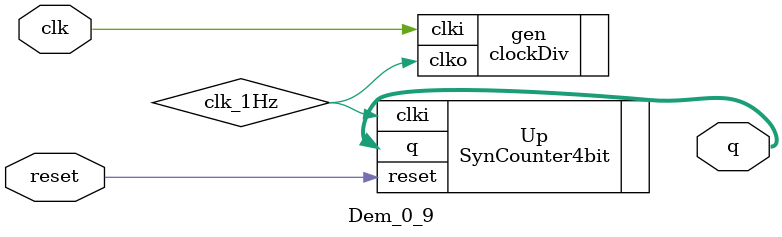
<source format=v>
`timescale 1ns / 1ps
module Dem_0_9(
    input wire clk,
    input wire reset,
    output wire [3:0] q
    );

	wire clk_1Hz;

	clockDiv gen (.clki(clk) ,.clko(clk_1Hz));
	
	SynCounter4bit Up (.clki(clk_1Hz), .reset(reset), .q(q));

endmodule

</source>
